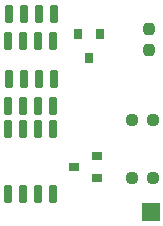
<source format=gbr>
%TF.GenerationSoftware,KiCad,Pcbnew,8.0.4*%
%TF.CreationDate,2024-08-25T11:53:40+01:00*%
%TF.ProjectId,ds_lite_tv_out_chip_swap,64735f6c-6974-4655-9f74-765f6f75745f,rev?*%
%TF.SameCoordinates,Original*%
%TF.FileFunction,Soldermask,Top*%
%TF.FilePolarity,Negative*%
%FSLAX46Y46*%
G04 Gerber Fmt 4.6, Leading zero omitted, Abs format (unit mm)*
G04 Created by KiCad (PCBNEW 8.0.4) date 2024-08-25 11:53:40*
%MOMM*%
%LPD*%
G01*
G04 APERTURE LIST*
G04 Aperture macros list*
%AMRoundRect*
0 Rectangle with rounded corners*
0 $1 Rounding radius*
0 $2 $3 $4 $5 $6 $7 $8 $9 X,Y pos of 4 corners*
0 Add a 4 corners polygon primitive as box body*
4,1,4,$2,$3,$4,$5,$6,$7,$8,$9,$2,$3,0*
0 Add four circle primitives for the rounded corners*
1,1,$1+$1,$2,$3*
1,1,$1+$1,$4,$5*
1,1,$1+$1,$6,$7*
1,1,$1+$1,$8,$9*
0 Add four rect primitives between the rounded corners*
20,1,$1+$1,$2,$3,$4,$5,0*
20,1,$1+$1,$4,$5,$6,$7,0*
20,1,$1+$1,$6,$7,$8,$9,0*
20,1,$1+$1,$8,$9,$2,$3,0*%
G04 Aperture macros list end*
%ADD10RoundRect,0.187500X-0.187500X-0.562500X0.187500X-0.562500X0.187500X0.562500X-0.187500X0.562500X0*%
%ADD11R,0.900000X0.800000*%
%ADD12R,0.800000X0.900000*%
%ADD13R,1.500000X1.500000*%
%ADD14RoundRect,0.237500X-0.250000X-0.237500X0.250000X-0.237500X0.250000X0.237500X-0.250000X0.237500X0*%
%ADD15RoundRect,0.237500X-0.237500X0.250000X-0.237500X-0.250000X0.237500X-0.250000X0.237500X0.250000X0*%
G04 APERTURE END LIST*
D10*
%TO.C,U5*%
X150290000Y-79225000D03*
X151560000Y-79225000D03*
X152830000Y-79225000D03*
X154100000Y-79225000D03*
X154100000Y-73735000D03*
X152830000Y-73735000D03*
X151560000Y-73735000D03*
X150290000Y-73735000D03*
%TD*%
%TO.C,U4*%
X150330000Y-76950000D03*
X151600000Y-76950000D03*
X152870000Y-76950000D03*
X154140000Y-76950000D03*
X154140000Y-71460000D03*
X152870000Y-71460000D03*
X151600000Y-71460000D03*
X150330000Y-71460000D03*
%TD*%
%TO.C,U3*%
X150290000Y-86730000D03*
X151560000Y-86730000D03*
X152830000Y-86730000D03*
X154100000Y-86730000D03*
X154100000Y-81240000D03*
X152830000Y-81240000D03*
X151560000Y-81240000D03*
X150290000Y-81240000D03*
%TD*%
D11*
%TO.C,U2*%
X157820000Y-85380000D03*
X157820000Y-83480000D03*
X155820000Y-84430000D03*
%TD*%
D12*
%TO.C,U1*%
X158070000Y-73200000D03*
X156170000Y-73200000D03*
X157120000Y-75200000D03*
%TD*%
D13*
%TO.C,TP1*%
X162330000Y-88220000D03*
%TD*%
D14*
%TO.C,R3*%
X160727500Y-85400000D03*
X162552500Y-85400000D03*
%TD*%
%TO.C,R2*%
X160747500Y-80460000D03*
X162572500Y-80460000D03*
%TD*%
D15*
%TO.C,R1*%
X162220000Y-72717500D03*
X162220000Y-74542500D03*
%TD*%
M02*

</source>
